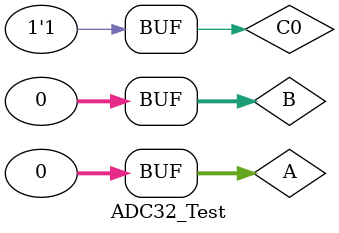
<source format=v>
`timescale 1ns / 1ps


module ADC32_Test;

	// Inputs
	reg [31:0] A;
	reg [31:0] B;
	reg C0;

	// Outputs
	wire [31:0] S;
	wire Co;

	// Instantiate the Unit Under Test (UUT)
	ADC32 uut (
		.A(A), 
		.B(B), 
		.C0(C0), 
		.S(S), 
		.Co(Co)
	);

	initial begin
		// Initialize Inputs
		A = 0;
		B = 0;
		C0 = 0;

		// Wait 100 ns for global reset to finish
		#100;
        
		// Add stimulus here
		A = -3;
		B = 5;
		C0 = 0;
		#100;
		A = 234;
		B =2349;
		C0 = 0;
		#100;
		A = 3;
		B = 4;
		C0 = 1;
		#100;
		A = 563;
		B = 23;
		C0 = 1;
		#100;
		A = 0;
		B = 0;
		C0 = 1;
		#100;
		
		

	end
      
endmodule


</source>
